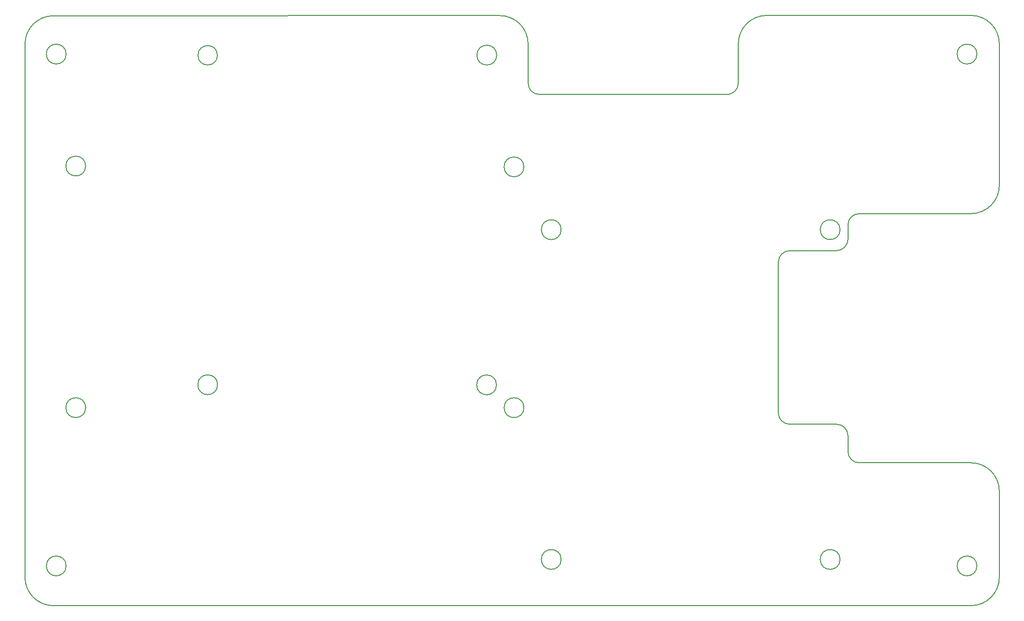
<source format=gbr>
%TF.GenerationSoftware,KiCad,Pcbnew,(6.0.6)*%
%TF.CreationDate,2022-07-08T10:44:38+02:00*%
%TF.ProjectId,norns_fork,6e6f726e-735f-4666-9f72-6b2e6b696361,V2*%
%TF.SameCoordinates,Original*%
%TF.FileFunction,Other,ECO1*%
%FSLAX46Y46*%
G04 Gerber Fmt 4.6, Leading zero omitted, Abs format (unit mm)*
G04 Created by KiCad (PCBNEW (6.0.6)) date 2022-07-08 10:44:38*
%MOMM*%
%LPD*%
G01*
G04 APERTURE LIST*
%TA.AperFunction,Profile*%
%ADD10C,0.200000*%
%TD*%
G04 APERTURE END LIST*
D10*
X54898757Y-36329557D02*
X51345231Y-36329557D01*
X46345230Y-135080000D02*
G75*
G03*
X51345231Y-140080000I5000000J0D01*
G01*
X129190050Y-101251336D02*
G75*
G03*
X129190050Y-101251336I-1740060J0D01*
G01*
X136750000Y-50180957D02*
X169682342Y-50180957D01*
X51345231Y-140080000D02*
X59900000Y-140080000D01*
X134011141Y-62909400D02*
G75*
G03*
X134011141Y-62909400I-1741410J0D01*
G01*
X217545231Y-119953960D02*
X217545231Y-135080000D01*
X140555410Y-131951800D02*
G75*
G03*
X140555410Y-131951800I-1741410J0D01*
G01*
X217545231Y-66131713D02*
X217545231Y-41268982D01*
X178717040Y-106170860D02*
G75*
G03*
X180717000Y-108170860I2000060J60D01*
G01*
X188942909Y-77646960D02*
X180717000Y-77646960D01*
X192942909Y-71131709D02*
G75*
G03*
X190942909Y-73131713I-109J-1999891D01*
G01*
X54898757Y-36329557D02*
X129747928Y-36298538D01*
X129232210Y-43254160D02*
G75*
G03*
X129232210Y-43254160I-1741410J0D01*
G01*
X46345231Y-41329557D02*
X46345231Y-135080000D01*
X217545240Y-119953960D02*
G75*
G03*
X212545231Y-114953960I-5000040J-40D01*
G01*
X57011131Y-105259400D02*
G75*
G03*
X57011131Y-105259400I-1741410J0D01*
G01*
X53580000Y-43071200D02*
G75*
G03*
X53580000Y-43071200I-1740000J0D01*
G01*
X57011131Y-62759400D02*
G75*
G03*
X57011131Y-62759400I-1741410J0D01*
G01*
X51345231Y-36329561D02*
G75*
G03*
X46345231Y-41329557I9J-5000009D01*
G01*
X53580000Y-133088800D02*
G75*
G03*
X53580000Y-133088800I-1740000J0D01*
G01*
X189554000Y-131951800D02*
G75*
G03*
X189554000Y-131951800I-1740000J0D01*
G01*
X190942909Y-110170860D02*
X190942909Y-112953960D01*
X80190000Y-101220000D02*
G75*
G03*
X80190000Y-101220000I-1740000J0D01*
G01*
X213600000Y-133088800D02*
G75*
G03*
X213600000Y-133088800I-1740000J0D01*
G01*
X217545218Y-41268982D02*
G75*
G03*
X212545231Y-36268982I-5000018J-18D01*
G01*
X134011131Y-105259400D02*
G75*
G03*
X134011131Y-105259400I-1741410J0D01*
G01*
X169682342Y-50180942D02*
G75*
G03*
X171682342Y-48180957I58J1999942D01*
G01*
X140555410Y-73951760D02*
G75*
G03*
X140555410Y-73951760I-1741410J0D01*
G01*
X212545231Y-71131731D02*
G75*
G03*
X217545231Y-66131713I-131J5000131D01*
G01*
X134750043Y-48180957D02*
G75*
G03*
X136750000Y-50180957I2000057J57D01*
G01*
X190942840Y-112953960D02*
G75*
G03*
X192942909Y-114953960I2000060J60D01*
G01*
X189555410Y-73951760D02*
G75*
G03*
X189555410Y-73951760I-1741410J0D01*
G01*
X134750000Y-41298538D02*
X134750000Y-48180957D01*
X59900000Y-140080000D02*
X212545231Y-140080000D01*
X212545231Y-140079931D02*
G75*
G03*
X217545231Y-135080000I-31J5000031D01*
G01*
X180717000Y-77646900D02*
G75*
G03*
X178717000Y-79646960I0J-2000000D01*
G01*
X80152939Y-43280000D02*
G75*
G03*
X80152939Y-43280000I-1702939J0D01*
G01*
X176682342Y-36269042D02*
G75*
G03*
X171682342Y-41268982I-42J-4999958D01*
G01*
X190942909Y-73131713D02*
X190942909Y-75646960D01*
X171682342Y-48180957D02*
X171682342Y-41268982D01*
X188942909Y-77647009D02*
G75*
G03*
X190942909Y-75646960I-9J2000009D01*
G01*
X134750062Y-41298538D02*
G75*
G03*
X129747928Y-36298538I-4999962J38D01*
G01*
X178717000Y-79646960D02*
X178717000Y-106170860D01*
X176682342Y-36268982D02*
X212545231Y-36268982D01*
X213601410Y-43071200D02*
G75*
G03*
X213601410Y-43071200I-1741410J0D01*
G01*
X192942909Y-114953960D02*
X212545231Y-114953960D01*
X180717000Y-108170860D02*
X188942909Y-108170860D01*
X212545231Y-71131713D02*
X192942909Y-71131713D01*
X190942840Y-110170860D02*
G75*
G03*
X188942909Y-108170860I-1999940J60D01*
G01*
M02*

</source>
